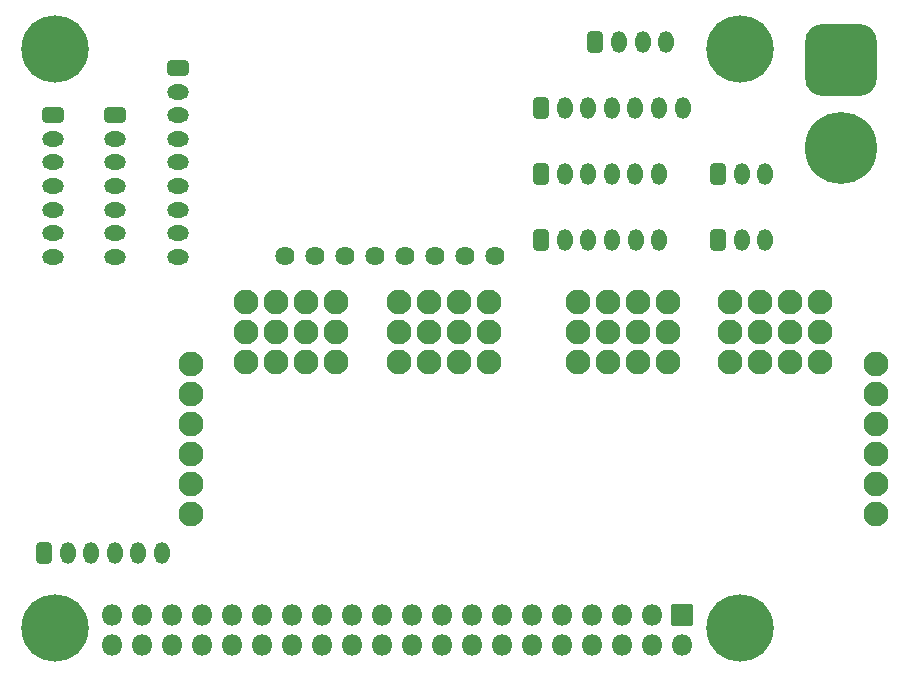
<source format=gbr>
G04 #@! TF.GenerationSoftware,KiCad,Pcbnew,(6.0.1)*
G04 #@! TF.CreationDate,2022-11-23T13:30:13-08:00*
G04 #@! TF.ProjectId,Prime Mover,5072696d-6520-44d6-9f76-65722e6b6963,rev?*
G04 #@! TF.SameCoordinates,Original*
G04 #@! TF.FileFunction,Soldermask,Bot*
G04 #@! TF.FilePolarity,Negative*
%FSLAX46Y46*%
G04 Gerber Fmt 4.6, Leading zero omitted, Abs format (unit mm)*
G04 Created by KiCad (PCBNEW (6.0.1)) date 2022-11-23 13:30:13*
%MOMM*%
%LPD*%
G01*
G04 APERTURE LIST*
G04 Aperture macros list*
%AMRoundRect*
0 Rectangle with rounded corners*
0 $1 Rounding radius*
0 $2 $3 $4 $5 $6 $7 $8 $9 X,Y pos of 4 corners*
0 Add a 4 corners polygon primitive as box body*
4,1,4,$2,$3,$4,$5,$6,$7,$8,$9,$2,$3,0*
0 Add four circle primitives for the rounded corners*
1,1,$1+$1,$2,$3*
1,1,$1+$1,$4,$5*
1,1,$1+$1,$6,$7*
1,1,$1+$1,$8,$9*
0 Add four rect primitives between the rounded corners*
20,1,$1+$1,$2,$3,$4,$5,0*
20,1,$1+$1,$4,$5,$6,$7,0*
20,1,$1+$1,$6,$7,$8,$9,0*
20,1,$1+$1,$8,$9,$2,$3,0*%
G04 Aperture macros list end*
%ADD10RoundRect,0.301000X-0.350000X-0.625000X0.350000X-0.625000X0.350000X0.625000X-0.350000X0.625000X0*%
%ADD11O,1.302000X1.852000*%
%ADD12RoundRect,0.301000X-0.625000X0.350000X-0.625000X-0.350000X0.625000X-0.350000X0.625000X0.350000X0*%
%ADD13O,1.852000X1.302000*%
%ADD14C,5.702000*%
%ADD15C,2.102000*%
%ADD16RoundRect,1.551000X-1.500000X1.500000X-1.500000X-1.500000X1.500000X-1.500000X1.500000X1.500000X0*%
%ADD17C,6.102000*%
%ADD18RoundRect,0.051000X0.850000X-0.850000X0.850000X0.850000X-0.850000X0.850000X-0.850000X-0.850000X0*%
%ADD19O,1.802000X1.802000*%
%ADD20C,1.626000*%
G04 APERTURE END LIST*
D10*
X22110000Y13970000D03*
D11*
X24110000Y13970000D03*
X26110000Y13970000D03*
X28110000Y13970000D03*
X30110000Y13970000D03*
X32110000Y13970000D03*
D12*
X-13940000Y18930000D03*
D13*
X-13940000Y16930000D03*
X-13940000Y14930000D03*
X-13940000Y12930000D03*
X-13940000Y10930000D03*
X-13940000Y8930000D03*
X-13940000Y6930000D03*
D10*
X-19970000Y-18170000D03*
D11*
X-17970000Y-18170000D03*
X-15970000Y-18170000D03*
X-13970000Y-18170000D03*
X-11970000Y-18170000D03*
X-9970000Y-18170000D03*
D12*
X-19230000Y18930000D03*
D13*
X-19230000Y16930000D03*
X-19230000Y14930000D03*
X-19230000Y12930000D03*
X-19230000Y10930000D03*
X-19230000Y8930000D03*
X-19230000Y6930000D03*
D14*
X-19000000Y24500000D03*
D10*
X22110000Y19550000D03*
D11*
X24110000Y19550000D03*
X26110000Y19550000D03*
X28110000Y19550000D03*
X30110000Y19550000D03*
X32110000Y19550000D03*
X34110000Y19550000D03*
D14*
X39000000Y-24500000D03*
D10*
X26720000Y25150000D03*
D11*
X28720000Y25150000D03*
X30720000Y25150000D03*
X32720000Y25150000D03*
D14*
X39000000Y24500000D03*
D12*
X-8650000Y22930000D03*
D13*
X-8650000Y20930000D03*
X-8650000Y18930000D03*
X-8650000Y16930000D03*
X-8650000Y14930000D03*
X-8650000Y12930000D03*
X-8650000Y10930000D03*
X-8650000Y8930000D03*
X-8650000Y6930000D03*
D15*
X50500000Y-14850000D03*
X50500000Y-12310000D03*
X50500000Y-9770000D03*
X50500000Y-7230000D03*
X50500000Y-4690000D03*
X50500000Y-2150000D03*
X-7500000Y-14850000D03*
X-7500000Y-12310000D03*
X-7500000Y-9770000D03*
X-7500000Y-7230000D03*
X-7500000Y-4690000D03*
X-7500000Y-2150000D03*
X45700000Y-1980000D03*
X45700000Y560000D03*
X45700000Y3100000D03*
X43160000Y-1980000D03*
X43160000Y560000D03*
X43160000Y3100000D03*
X40620000Y-1980000D03*
X40620000Y560000D03*
X40620000Y3100000D03*
X38080000Y-1980000D03*
X38080000Y560000D03*
X38080000Y3100000D03*
X32840000Y-1980000D03*
X32840000Y560000D03*
X32840000Y3100000D03*
X30300000Y-1980000D03*
X30300000Y560000D03*
X30300000Y3100000D03*
X27760000Y-1980000D03*
X27760000Y560000D03*
X27760000Y3100000D03*
X25220000Y-1980000D03*
X25220000Y560000D03*
X25220000Y3100000D03*
X17700000Y-1980000D03*
X17700000Y560000D03*
X17700000Y3100000D03*
X15160000Y-1980000D03*
X15160000Y560000D03*
X15160000Y3100000D03*
X12620000Y-1980000D03*
X12620000Y560000D03*
X12620000Y3100000D03*
X10080000Y-1980000D03*
X10080000Y560000D03*
X10080000Y3100000D03*
X4740000Y-1980000D03*
X4740000Y560000D03*
X4740000Y3100000D03*
X2200000Y-1980000D03*
X2200000Y560000D03*
X2200000Y3100000D03*
X-340000Y-1980000D03*
X-340000Y560000D03*
X-340000Y3100000D03*
X-2880000Y-1980000D03*
X-2880000Y560000D03*
X-2880000Y3100000D03*
D10*
X22130000Y8390000D03*
D11*
X24130000Y8390000D03*
X26130000Y8390000D03*
X28130000Y8390000D03*
X30130000Y8390000D03*
X32130000Y8390000D03*
D14*
X-19000000Y-24500000D03*
D10*
X37110000Y13970000D03*
D11*
X39110000Y13970000D03*
X41110000Y13970000D03*
D10*
X37110000Y8390000D03*
D11*
X39110000Y8390000D03*
X41110000Y8390000D03*
D16*
X47500000Y23600000D03*
D17*
X47500000Y16160000D03*
D18*
X34080000Y-23350000D03*
D19*
X34080000Y-25890000D03*
X31540000Y-23350000D03*
X31540000Y-25890000D03*
X29000000Y-23350000D03*
X29000000Y-25890000D03*
X26460000Y-23350000D03*
X26460000Y-25890000D03*
X23920000Y-23350000D03*
X23920000Y-25890000D03*
X21380000Y-23350000D03*
X21380000Y-25890000D03*
X18840000Y-23350000D03*
X18840000Y-25890000D03*
X16300000Y-23350000D03*
X16300000Y-25890000D03*
X13760000Y-23350000D03*
X13760000Y-25890000D03*
X11220000Y-23350000D03*
X11220000Y-25890000D03*
X8680000Y-23350000D03*
X8680000Y-25890000D03*
X6140000Y-23350000D03*
X6140000Y-25890000D03*
X3600000Y-23350000D03*
X3600000Y-25890000D03*
X1060000Y-23350000D03*
X1060000Y-25890000D03*
X-1480000Y-23350000D03*
X-1480000Y-25890000D03*
X-4020000Y-23350000D03*
X-4020000Y-25890000D03*
X-6560000Y-23350000D03*
X-6560000Y-25890000D03*
X-9100000Y-23350000D03*
X-9100000Y-25890000D03*
X-11640000Y-23350000D03*
X-11640000Y-25890000D03*
X-14180000Y-23350000D03*
X-14180000Y-25890000D03*
D20*
X18225000Y7000000D03*
X15685000Y7000000D03*
X13145000Y7000000D03*
X10605000Y7000000D03*
X8065000Y7000000D03*
X5525000Y7000000D03*
X2985000Y7000000D03*
X445000Y7000000D03*
M02*

</source>
